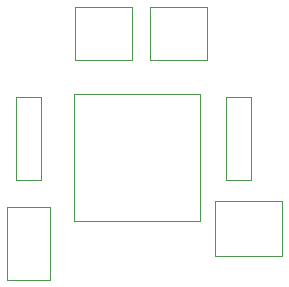
<source format=gbr>
%TF.GenerationSoftware,KiCad,Pcbnew,(5.1.9)-1*%
%TF.CreationDate,2021-03-23T19:31:55+05:30*%
%TF.ProjectId,automatic traffic signal,6175746f-6d61-4746-9963-207472616666,rev?*%
%TF.SameCoordinates,Original*%
%TF.FileFunction,Other,User*%
%FSLAX46Y46*%
G04 Gerber Fmt 4.6, Leading zero omitted, Abs format (unit mm)*
G04 Created by KiCad (PCBNEW (5.1.9)-1) date 2021-03-23 19:31:55*
%MOMM*%
%LPD*%
G01*
G04 APERTURE LIST*
%ADD10C,0.050000*%
G04 APERTURE END LIST*
D10*
%TO.C,VCC1*%
X126260000Y-94510000D02*
X126260000Y-88360000D01*
X126260000Y-88360000D02*
X122660000Y-88360000D01*
X122660000Y-88360000D02*
X122660000Y-94510000D01*
X122660000Y-94510000D02*
X126260000Y-94510000D01*
%TO.C,U1*%
X128295001Y-78765001D02*
X128295001Y-89565001D01*
X128295001Y-89565001D02*
X138995001Y-89565001D01*
X138995001Y-89565001D02*
X138995001Y-78765001D01*
X138995001Y-78765001D02*
X128295001Y-78765001D01*
%TO.C,R3*%
X141190000Y-86040000D02*
X143290000Y-86040000D01*
X143290000Y-86040000D02*
X143290000Y-79060000D01*
X143290000Y-79060000D02*
X141190000Y-79060000D01*
X141190000Y-79060000D02*
X141190000Y-86040000D01*
%TO.C,R2*%
X123410000Y-86040000D02*
X125510000Y-86040000D01*
X125510000Y-86040000D02*
X125510000Y-79060000D01*
X125510000Y-79060000D02*
X123410000Y-79060000D01*
X123410000Y-79060000D02*
X123410000Y-86040000D01*
%TO.C,R1*%
X145910000Y-92520000D02*
X140250000Y-92520000D01*
X145910000Y-92520000D02*
X145910000Y-87820000D01*
X140250000Y-87820000D02*
X140250000Y-92520000D01*
X140250000Y-87820000D02*
X145910000Y-87820000D01*
%TO.C,D2*%
X128390000Y-71410000D02*
X128390000Y-75910000D01*
X128390000Y-75910000D02*
X133240000Y-75910000D01*
X133240000Y-75910000D02*
X133240000Y-71410000D01*
X133240000Y-71410000D02*
X128390000Y-71410000D01*
%TO.C,D1*%
X134740000Y-71410000D02*
X134740000Y-75910000D01*
X134740000Y-75910000D02*
X139590000Y-75910000D01*
X139590000Y-75910000D02*
X139590000Y-71410000D01*
X139590000Y-71410000D02*
X134740000Y-71410000D01*
%TD*%
M02*

</source>
